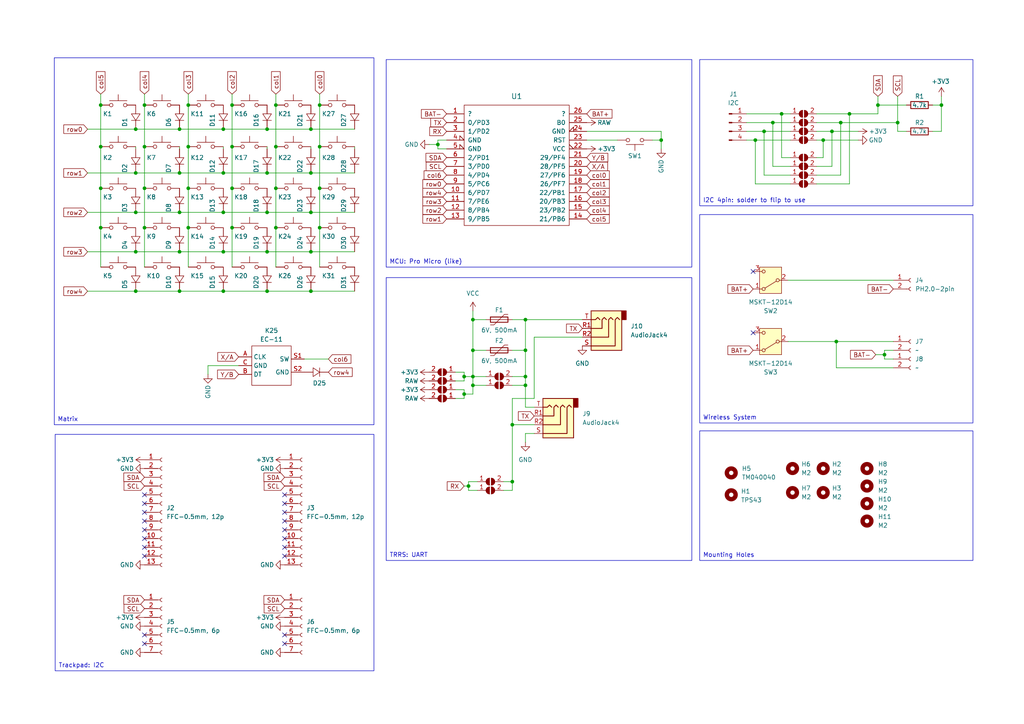
<source format=kicad_sch>
(kicad_sch (version 20250114) (generator "eeschema") (generator_version "9.0")
  (paper "A4")
  (text_box "I2C 4pin: solder to flip to use" (at 202.946 17.272 0) (size 79.248 42.418) (margins 0.9525 0.9525 0.9525 0.9525) (effects (font (size 1.27 1.27)) (justify left bottom)))
  (text_box "Trackpad: I2C" (at 16.002 125.984 0) (size 92.456 68.58) (margins 0.9525 0.9525 0.9525 0.9525) (effects (font (size 1.27 1.27)) (justify left bottom)))
  (text_box "Mounting Holes" (at 202.946 124.968 0) (size 79.248 37.592) (margins 0.9525 0.9525 0.9525 0.9525) (effects (font (size 1.27 1.27)) (justify left bottom)))
  (text_box "TRRS: UART" (at 112.014 80.518 0) (size 88.646 82.042) (margins 0.9525 0.9525 0.9525 0.9525) (effects (font (size 1.27 1.27)) (justify left bottom)))
  (text_box "Wireless System" (at 202.946 62.23 0) (size 79.248 60.452) (margins 0.9525 0.9525 0.9525 0.9525) (effects (font (size 1.27 1.27)) (justify left bottom)))
  (text_box "MCU: Pro Micro (like)" (at 112.014 17.272 0) (size 88.646 60.198) (margins 0.9525 0.9525 0.9525 0.9525) (effects (font (size 1.27 1.27)) (justify left bottom)))
  (text_box "Matrix" (at 15.748 16.764 0) (size 92.71 106.426) (margins 0.9525 0.9525 0.9525 0.9525) (effects (font (size 1.27 1.27)) (justify left bottom)))
  (junction (at 54.61 66.04))
  (junction (at 135.89 140.97))
  (junction (at 64.77 73.025))
  (junction (at 92.71 42.545))
  (junction (at 29.21 66.04))
  (junction (at 67.31 30.48))
  (junction (at 54.61 54.61))
  (junction (at 148.59 139.7))
  (junction (at 90.17 84.455))
  (junction (at 219.075 40.64))
  (junction (at 39.37 84.455))
  (junction (at 92.71 30.48))
  (junction (at 92.71 66.04))
  (junction (at 77.47 84.455))
  (junction (at 77.47 37.465))
  (junction (at 52.07 73.025))
  (junction (at 134.62 114.3))
  (junction (at 273.05 30.48))
  (junction (at 256.54 102.87))
  (junction (at 260.35 35.56))
  (junction (at 148.59 123.19))
  (junction (at 152.4 101.6))
  (junction (at 241.3 38.1))
  (junction (at 226.695 33.02))
  (junction (at 77.47 73.025))
  (junction (at 80.01 66.04))
  (junction (at 224.155 35.56))
  (junction (at 90.17 61.595))
  (junction (at 77.47 50.165))
  (junction (at 152.4 111.76))
  (junction (at 29.21 54.61))
  (junction (at 127 41.91))
  (junction (at 41.91 66.04))
  (junction (at 64.77 61.595))
  (junction (at 67.31 54.61))
  (junction (at 137.16 101.6))
  (junction (at 39.37 37.465))
  (junction (at 41.91 54.61))
  (junction (at 77.47 61.595))
  (junction (at 52.07 37.465))
  (junction (at 246.38 33.02))
  (junction (at 221.615 38.1))
  (junction (at 39.37 50.165))
  (junction (at 137.16 92.71))
  (junction (at 152.4 109.22))
  (junction (at 243.84 35.56))
  (junction (at 191.77 40.64))
  (junction (at 29.21 42.545))
  (junction (at 80.01 30.48))
  (junction (at 137.16 111.76))
  (junction (at 238.76 40.64))
  (junction (at 242.57 99.06))
  (junction (at 67.31 42.545))
  (junction (at 90.17 73.025))
  (junction (at 29.21 30.48))
  (junction (at 54.61 30.48))
  (junction (at 64.77 84.455))
  (junction (at 41.91 30.48))
  (junction (at 64.77 37.465))
  (junction (at 41.91 42.545))
  (junction (at 39.37 61.595))
  (junction (at 64.77 50.165))
  (junction (at 52.07 50.165))
  (junction (at 80.01 42.545))
  (junction (at 152.4 92.71))
  (junction (at 90.17 50.165))
  (junction (at 39.37 73.025))
  (junction (at 254.635 30.48))
  (junction (at 90.17 37.465))
  (junction (at 52.07 61.595))
  (junction (at 67.31 66.04))
  (junction (at 52.07 84.455))
  (junction (at 54.61 42.545))
  (junction (at 137.16 109.22))
  (junction (at 134.62 109.22))
  (junction (at 92.71 54.61))
  (junction (at 80.01 54.61))
  (no_connect (at 41.91 151.13))
  (no_connect (at 82.55 146.05))
  (no_connect (at 41.91 148.59))
  (no_connect (at 82.55 153.67))
  (no_connect (at 41.91 161.29))
  (no_connect (at 82.55 161.29))
  (no_connect (at 82.55 148.59))
  (no_connect (at 82.55 151.13))
  (no_connect (at 41.91 153.67))
  (no_connect (at 82.55 184.15))
  (no_connect (at 41.91 156.21))
  (no_connect (at 82.55 143.51))
  (no_connect (at 41.91 158.75))
  (no_connect (at 218.44 78.74))
  (no_connect (at 41.91 184.15))
  (no_connect (at 41.91 146.05))
  (no_connect (at 218.44 96.52))
  (no_connect (at 82.55 158.75))
  (no_connect (at 82.55 156.21))
  (no_connect (at 41.91 143.51))
  (no_connect (at 41.91 186.69))
  (no_connect (at 82.55 186.69))
  (wire (pts (xy 134.62 110.49) (xy 134.62 109.22)))
  (wire (pts (xy 148.59 111.76) (xy 152.4 111.76)))
  (wire (pts (xy 29.21 66.04) (xy 29.21 77.47)))
  (wire (pts (xy 243.84 35.56) (xy 260.35 35.56)))
  (wire (pts (xy 135.89 139.7) (xy 135.89 140.97)))
  (wire (pts (xy 262.89 38.1) (xy 260.35 38.1)))
  (wire (pts (xy 226.695 45.72) (xy 226.695 33.02)))
  (wire (pts (xy 260.35 35.56) (xy 260.35 38.1)))
  (wire (pts (xy 52.07 61.595) (xy 64.77 61.595)))
  (wire (pts (xy 137.16 92.71) (xy 140.97 92.71)))
  (wire (pts (xy 67.31 27.305) (xy 67.31 30.48)))
  (wire (pts (xy 39.37 73.025) (xy 52.07 73.025)))
  (wire (pts (xy 219.075 40.64) (xy 229.235 40.64)))
  (wire (pts (xy 256.54 102.87) (xy 256.54 101.6)))
  (wire (pts (xy 260.35 27.94) (xy 260.35 35.56)))
  (wire (pts (xy 80.01 42.545) (xy 80.01 54.61)))
  (wire (pts (xy 152.4 109.22) (xy 152.4 101.6)))
  (wire (pts (xy 152.4 111.76) (xy 152.4 109.22)))
  (wire (pts (xy 236.855 45.72) (xy 238.76 45.72)))
  (wire (pts (xy 52.07 84.455) (xy 64.77 84.455)))
  (wire (pts (xy 54.61 54.61) (xy 54.61 66.04)))
  (wire (pts (xy 148.59 115.57) (xy 148.59 123.19)))
  (wire (pts (xy 191.77 38.1) (xy 191.77 40.64)))
  (wire (pts (xy 134.62 109.22) (xy 137.16 109.22)))
  (wire (pts (xy 236.855 53.34) (xy 246.38 53.34)))
  (wire (pts (xy 124.46 41.91) (xy 127 41.91)))
  (wire (pts (xy 41.91 54.61) (xy 41.91 66.04)))
  (wire (pts (xy 154.94 97.79) (xy 154.94 115.57)))
  (wire (pts (xy 29.21 30.48) (xy 29.21 42.545)))
  (wire (pts (xy 137.16 101.6) (xy 137.16 92.71)))
  (wire (pts (xy 90.17 61.595) (xy 102.87 61.595)))
  (wire (pts (xy 39.37 84.455) (xy 52.07 84.455)))
  (wire (pts (xy 54.61 42.545) (xy 54.61 54.61)))
  (wire (pts (xy 90.17 84.455) (xy 102.87 84.455)))
  (wire (pts (xy 138.43 142.24) (xy 135.89 142.24)))
  (wire (pts (xy 67.31 42.545) (xy 67.31 54.61)))
  (wire (pts (xy 132.08 113.03) (xy 134.62 113.03)))
  (wire (pts (xy 154.94 115.57) (xy 148.59 115.57)))
  (wire (pts (xy 221.615 38.1) (xy 229.235 38.1)))
  (wire (pts (xy 134.62 115.57) (xy 134.62 114.3)))
  (wire (pts (xy 137.16 111.76) (xy 137.16 109.22)))
  (wire (pts (xy 54.61 66.04) (xy 54.61 77.47)))
  (wire (pts (xy 90.17 73.025) (xy 102.87 73.025)))
  (wire (pts (xy 92.71 42.545) (xy 92.71 54.61)))
  (wire (pts (xy 242.57 99.06) (xy 259.08 99.06)))
  (wire (pts (xy 64.77 37.465) (xy 77.47 37.465)))
  (wire (pts (xy 127 43.18) (xy 129.54 43.18)))
  (wire (pts (xy 270.51 38.1) (xy 273.05 38.1)))
  (wire (pts (xy 95.25 104.14) (xy 88.265 104.14)))
  (wire (pts (xy 25.4 84.455) (xy 39.37 84.455)))
  (wire (pts (xy 39.37 61.595) (xy 52.07 61.595)))
  (wire (pts (xy 90.17 37.465) (xy 102.87 37.465)))
  (wire (pts (xy 241.3 48.26) (xy 241.3 38.1)))
  (wire (pts (xy 67.31 54.61) (xy 67.31 66.04)))
  (wire (pts (xy 228.6 99.06) (xy 242.57 99.06)))
  (wire (pts (xy 77.47 61.595) (xy 90.17 61.595)))
  (wire (pts (xy 29.21 42.545) (xy 29.21 54.61)))
  (wire (pts (xy 64.77 73.025) (xy 77.47 73.025)))
  (wire (pts (xy 39.37 43.18) (xy 39.37 42.545)))
  (wire (pts (xy 41.91 66.04) (xy 41.91 77.47)))
  (wire (pts (xy 238.76 45.72) (xy 238.76 40.64)))
  (wire (pts (xy 29.21 27.305) (xy 29.21 30.48)))
  (wire (pts (xy 229.235 50.8) (xy 221.615 50.8)))
  (wire (pts (xy 127 40.64) (xy 129.54 40.64)))
  (wire (pts (xy 140.97 101.6) (xy 137.16 101.6)))
  (wire (pts (xy 41.91 27.305) (xy 41.91 30.48)))
  (wire (pts (xy 229.235 48.26) (xy 224.155 48.26)))
  (wire (pts (xy 148.59 109.22) (xy 152.4 109.22)))
  (wire (pts (xy 137.16 109.22) (xy 140.97 109.22)))
  (wire (pts (xy 152.4 118.11) (xy 154.94 118.11)))
  (wire (pts (xy 236.855 38.1) (xy 241.3 38.1)))
  (wire (pts (xy 168.91 97.79) (xy 154.94 97.79)))
  (wire (pts (xy 137.16 92.71) (xy 137.16 90.17)))
  (wire (pts (xy 127 41.91) (xy 127 43.18)))
  (wire (pts (xy 236.855 50.8) (xy 243.84 50.8)))
  (wire (pts (xy 132.08 110.49) (xy 134.62 110.49)))
  (wire (pts (xy 52.07 43.18) (xy 52.07 42.545)))
  (wire (pts (xy 236.855 33.02) (xy 246.38 33.02)))
  (wire (pts (xy 216.535 33.02) (xy 226.695 33.02)))
  (wire (pts (xy 152.4 125.73) (xy 152.4 128.27)))
  (wire (pts (xy 246.38 53.34) (xy 246.38 33.02)))
  (wire (pts (xy 64.77 61.595) (xy 77.47 61.595)))
  (wire (pts (xy 52.07 73.025) (xy 64.77 73.025)))
  (wire (pts (xy 137.16 111.76) (xy 140.97 111.76)))
  (wire (pts (xy 243.84 50.8) (xy 243.84 35.56)))
  (wire (pts (xy 224.155 35.56) (xy 229.235 35.56)))
  (wire (pts (xy 228.6 81.28) (xy 259.08 81.28)))
  (wire (pts (xy 216.535 40.64) (xy 219.075 40.64)))
  (wire (pts (xy 41.91 30.48) (xy 41.91 42.545)))
  (wire (pts (xy 273.05 30.48) (xy 270.51 30.48)))
  (wire (pts (xy 148.59 139.7) (xy 148.59 142.24)))
  (wire (pts (xy 64.77 84.455) (xy 77.47 84.455)))
  (wire (pts (xy 221.615 50.8) (xy 221.615 38.1)))
  (wire (pts (xy 134.62 107.95) (xy 134.62 109.22)))
  (wire (pts (xy 254.635 33.02) (xy 254.635 30.48)))
  (wire (pts (xy 146.05 139.7) (xy 148.59 139.7)))
  (wire (pts (xy 224.155 48.26) (xy 224.155 35.56)))
  (wire (pts (xy 219.075 53.34) (xy 219.075 40.64)))
  (wire (pts (xy 92.71 30.48) (xy 92.71 42.545)))
  (wire (pts (xy 90.17 43.18) (xy 90.17 42.545)))
  (wire (pts (xy 236.855 48.26) (xy 241.3 48.26)))
  (wire (pts (xy 254 102.87) (xy 256.54 102.87)))
  (wire (pts (xy 77.47 43.18) (xy 77.47 42.545)))
  (wire (pts (xy 191.77 40.64) (xy 189.23 40.64)))
  (wire (pts (xy 191.77 43.18) (xy 191.77 40.64)))
  (wire (pts (xy 154.94 125.73) (xy 152.4 125.73)))
  (wire (pts (xy 259.08 106.68) (xy 242.57 106.68)))
  (wire (pts (xy 60.325 108.585) (xy 60.325 106.045)))
  (wire (pts (xy 39.37 50.165) (xy 52.07 50.165)))
  (wire (pts (xy 64.77 50.165) (xy 77.47 50.165)))
  (wire (pts (xy 216.535 35.56) (xy 224.155 35.56)))
  (wire (pts (xy 148.59 139.7) (xy 148.59 123.19)))
  (wire (pts (xy 262.89 30.48) (xy 254.635 30.48)))
  (wire (pts (xy 92.71 66.04) (xy 92.71 77.47)))
  (wire (pts (xy 29.21 54.61) (xy 29.21 66.04)))
  (wire (pts (xy 226.695 33.02) (xy 229.235 33.02)))
  (wire (pts (xy 25.4 37.465) (xy 39.37 37.465)))
  (wire (pts (xy 134.62 114.3) (xy 137.16 114.3)))
  (wire (pts (xy 67.31 30.48) (xy 67.31 42.545)))
  (wire (pts (xy 242.57 106.68) (xy 242.57 99.06)))
  (wire (pts (xy 54.61 27.305) (xy 54.61 30.48)))
  (wire (pts (xy 148.59 101.6) (xy 152.4 101.6)))
  (wire (pts (xy 152.4 118.11) (xy 152.4 111.76)))
  (wire (pts (xy 52.07 50.165) (xy 64.77 50.165)))
  (wire (pts (xy 52.07 37.465) (xy 64.77 37.465)))
  (wire (pts (xy 77.47 37.465) (xy 90.17 37.465)))
  (wire (pts (xy 80.01 66.04) (xy 80.01 77.47)))
  (wire (pts (xy 148.59 123.19) (xy 154.94 123.19)))
  (wire (pts (xy 25.4 73.025) (xy 39.37 73.025)))
  (wire (pts (xy 127 40.64) (xy 127 41.91)))
  (wire (pts (xy 259.08 104.14) (xy 256.54 104.14)))
  (wire (pts (xy 25.4 61.595) (xy 39.37 61.595)))
  (wire (pts (xy 135.89 140.97) (xy 134.62 140.97)))
  (wire (pts (xy 146.05 142.24) (xy 148.59 142.24)))
  (wire (pts (xy 216.535 38.1) (xy 221.615 38.1)))
  (wire (pts (xy 241.3 38.1) (xy 248.92 38.1)))
  (wire (pts (xy 256.54 104.14) (xy 256.54 102.87)))
  (wire (pts (xy 238.76 40.64) (xy 248.92 40.64)))
  (wire (pts (xy 25.4 50.165) (xy 39.37 50.165)))
  (wire (pts (xy 170.18 40.64) (xy 179.07 40.64)))
  (wire (pts (xy 148.59 92.71) (xy 152.4 92.71)))
  (wire (pts (xy 60.325 106.045) (xy 69.215 106.045)))
  (wire (pts (xy 92.71 54.61) (xy 92.71 66.04)))
  (wire (pts (xy 90.17 50.165) (xy 102.87 50.165)))
  (wire (pts (xy 273.05 27.94) (xy 273.05 30.48)))
  (wire (pts (xy 41.91 42.545) (xy 41.91 54.61)))
  (wire (pts (xy 135.89 142.24) (xy 135.89 140.97)))
  (wire (pts (xy 132.08 115.57) (xy 134.62 115.57)))
  (wire (pts (xy 135.89 139.7) (xy 138.43 139.7)))
  (wire (pts (xy 256.54 101.6) (xy 259.08 101.6)))
  (wire (pts (xy 80.01 27.305) (xy 80.01 30.48)))
  (wire (pts (xy 77.47 84.455) (xy 90.17 84.455)))
  (wire (pts (xy 170.18 38.1) (xy 191.77 38.1)))
  (wire (pts (xy 54.61 30.48) (xy 54.61 42.545)))
  (wire (pts (xy 236.855 40.64) (xy 238.76 40.64)))
  (wire (pts (xy 92.71 27.305) (xy 92.71 30.48)))
  (wire (pts (xy 80.01 54.61) (xy 80.01 66.04)))
  (wire (pts (xy 80.01 30.48) (xy 80.01 42.545)))
  (wire (pts (xy 229.235 45.72) (xy 226.695 45.72)))
  (wire (pts (xy 152.4 101.6) (xy 152.4 92.71)))
  (wire (pts (xy 64.77 43.18) (xy 64.77 42.545)))
  (wire (pts (xy 273.05 38.1) (xy 273.05 30.48)))
  (wire (pts (xy 246.38 33.02) (xy 254.635 33.02)))
  (wire (pts (xy 67.31 66.04) (xy 67.31 77.47)))
  (wire (pts (xy 236.855 35.56) (xy 243.84 35.56)))
  (wire (pts (xy 77.47 50.165) (xy 90.17 50.165)))
  (wire (pts (xy 168.91 92.71) (xy 152.4 92.71)))
  (wire (pts (xy 137.16 101.6) (xy 137.16 109.22)))
  (wire (pts (xy 102.87 43.18) (xy 102.87 42.545)))
  (wire (pts (xy 39.37 37.465) (xy 52.07 37.465)))
  (wire (pts (xy 134.62 113.03) (xy 134.62 114.3)))
  (wire (pts (xy 77.47 73.025) (xy 90.17 73.025)))
  (wire (pts (xy 229.235 53.34) (xy 219.075 53.34)))
  (wire (pts (xy 132.08 107.95) (xy 134.62 107.95)))
  (wire (pts (xy 254.635 30.48) (xy 254.635 27.94)))
  (wire (pts (xy 137.16 114.3) (xy 137.16 111.76)))
  (global_label "RX" (shape input) (at 129.54 38.1 180) (property "Intersheetrefs" "${INTERSHEET_REFS}" (effects (hide yes))))
  (global_label "col1" (shape input) (at 80.01 27.305 90) (property "Intersheetrefs" "${INTERSHEET_REFS}" (effects (hide yes))))
  (global_label "col2" (shape input) (at 170.18 55.88 0) (property "Intersheetrefs" "${INTERSHEET_REFS}" (effects (hide yes))))
  (global_label "SDA" (shape input) (at 129.54 45.72 180) (property "Intersheetrefs" "${INTERSHEET_REFS}" (effects (hide yes))))
  (global_label "row0" (shape input) (at 25.4 37.465 180) (property "Intersheetrefs" "${INTERSHEET_REFS}" (effects (hide yes))))
  (global_label "col6" (shape input) (at 129.54 50.8 180) (property "Intersheetrefs" "${INTERSHEET_REFS}" (effects (hide yes))))
  (global_label "row4" (shape input) (at 25.4 84.455 180) (property "Intersheetrefs" "${INTERSHEET_REFS}" (effects (hide yes))))
  (global_label "SCL" (shape input) (at 129.54 48.26 180) (property "Intersheetrefs" "${INTERSHEET_REFS}" (effects (hide yes))))
  (global_label "Y{slash}B" (shape input) (at 69.215 108.585 180) (property "Intersheetrefs" "${INTERSHEET_REFS}" (effects (hide yes))))
  (global_label "row2" (shape input) (at 129.54 60.96 180) (property "Intersheetrefs" "${INTERSHEET_REFS}" (effects (hide yes))))
  (global_label "BAT+" (shape input) (at 218.44 101.6 180) (property "Intersheetrefs" "${INTERSHEET_REFS}" (effects (hide yes))))
  (global_label "col0" (shape input) (at 170.18 50.8 0) (property "Intersheetrefs" "${INTERSHEET_REFS}" (effects (hide yes))))
  (global_label "col2" (shape input) (at 67.31 27.305 90) (property "Intersheetrefs" "${INTERSHEET_REFS}" (effects (hide yes))))
  (global_label "row4" (shape input) (at 95.25 107.95 0) (property "Intersheetrefs" "${INTERSHEET_REFS}" (effects (hide yes))))
  (global_label "SCL" (shape input) (at 41.91 176.53 180) (property "Intersheetrefs" "${INTERSHEET_REFS}" (effects (hide yes))))
  (global_label "col5" (shape input) (at 29.21 27.305 90) (property "Intersheetrefs" "${INTERSHEET_REFS}" (effects (hide yes))))
  (global_label "TX" (shape input) (at 154.94 120.65 180) (property "Intersheetrefs" "${INTERSHEET_REFS}" (effects (hide yes))))
  (global_label "row3" (shape input) (at 25.4 73.025 180) (property "Intersheetrefs" "${INTERSHEET_REFS}" (effects (hide yes))))
  (global_label "SDA" (shape input) (at 254.635 27.94 90) (property "Intersheetrefs" "${INTERSHEET_REFS}" (effects (hide yes))))
  (global_label "SDA" (shape input) (at 82.55 138.43 180) (property "Intersheetrefs" "${INTERSHEET_REFS}" (effects (hide yes))))
  (global_label "BAT-" (shape input) (at 259.08 83.82 180) (property "Intersheetrefs" "${INTERSHEET_REFS}" (effects (hide yes))))
  (global_label "col0" (shape input) (at 92.71 27.305 90) (property "Intersheetrefs" "${INTERSHEET_REFS}" (effects (hide yes))))
  (global_label "row1" (shape input) (at 129.54 63.5 180) (property "Intersheetrefs" "${INTERSHEET_REFS}" (effects (hide yes))))
  (global_label "row2" (shape input) (at 25.4 61.595 180) (property "Intersheetrefs" "${INTERSHEET_REFS}" (effects (hide yes))))
  (global_label "X{slash}A" (shape input) (at 69.215 103.505 180) (property "Intersheetrefs" "${INTERSHEET_REFS}" (effects (hide yes))))
  (global_label "col4" (shape input) (at 41.91 27.305 90) (property "Intersheetrefs" "${INTERSHEET_REFS}" (effects (hide yes))))
  (global_label "SDA" (shape input) (at 41.91 138.43 180) (property "Intersheetrefs" "${INTERSHEET_REFS}" (effects (hide yes))))
  (global_label "col1" (shape input) (at 170.18 53.34 0) (property "Intersheetrefs" "${INTERSHEET_REFS}" (effects (hide yes))))
  (global_label "row4" (shape input) (at 129.54 55.88 180) (property "Intersheetrefs" "${INTERSHEET_REFS}" (effects (hide yes))))
  (global_label "SCL" (shape input) (at 82.55 176.53 180) (property "Intersheetrefs" "${INTERSHEET_REFS}" (effects (hide yes))))
  (global_label "BAT+" (shape input) (at 170.18 33.02 0) (property "Intersheetrefs" "${INTERSHEET_REFS}" (effects (hide yes))))
  (global_label "col5" (shape input) (at 170.18 63.5 0) (property "Intersheetrefs" "${INTERSHEET_REFS}" (effects (hide yes))))
  (global_label "SDA" (shape input) (at 41.91 173.99 180) (property "Intersheetrefs" "${INTERSHEET_REFS}" (effects (hide yes))))
  (global_label "col3" (shape input) (at 54.61 27.305 90) (property "Intersheetrefs" "${INTERSHEET_REFS}" (effects (hide yes))))
  (global_label "BAT-" (shape input) (at 254 102.87 180) (property "Intersheetrefs" "${INTERSHEET_REFS}" (effects (hide yes))))
  (global_label "TX" (shape input) (at 168.91 95.25 180) (property "Intersheetrefs" "${INTERSHEET_REFS}" (effects (hide yes))))
  (global_label "RX" (shape input) (at 134.62 140.97 180) (property "Intersheetrefs" "${INTERSHEET_REFS}" (effects (hide yes))))
  (global_label "col3" (shape input) (at 170.18 58.42 0) (property "Intersheetrefs" "${INTERSHEET_REFS}" (effects (hide yes))))
  (global_label "X{slash}A" (shape input) (at 170.18 48.26 0) (property "Intersheetrefs" "${INTERSHEET_REFS}" (effects (hide yes))))
  (global_label "SCL" (shape input) (at 82.55 140.97 180) (property "Intersheetrefs" "${INTERSHEET_REFS}" (effects (hide yes))))
  (global_label "BAT-" (shape input) (at 129.54 33.02 180) (property "Intersheetrefs" "${INTERSHEET_REFS}" (effects (hide yes))))
  (global_label "row1" (shape input) (at 25.4 50.165 180) (property "Intersheetrefs" "${INTERSHEET_REFS}" (effects (hide yes))))
  (global_label "col4" (shape input) (at 170.18 60.96 0) (property "Intersheetrefs" "${INTERSHEET_REFS}" (effects (hide yes))))
  (global_label "row3" (shape input) (at 129.54 58.42 180) (property "Intersheetrefs" "${INTERSHEET_REFS}" (effects (hide yes))))
  (global_label "SCL" (shape input) (at 260.35 27.94 90) (property "Intersheetrefs" "${INTERSHEET_REFS}" (effects (hide yes))))
  (global_label "col6" (shape input) (at 95.25 104.14 0) (property "Intersheetrefs" "${INTERSHEET_REFS}" (effects (hide yes))))
  (global_label "SCL" (shape input) (at 41.91 140.97 180) (property "Intersheetrefs" "${INTERSHEET_REFS}" (effects (hide yes))))
  (global_label "BAT+" (shape input) (at 218.44 83.82 180) (property "Intersheetrefs" "${INTERSHEET_REFS}" (effects (hide yes))))
  (global_label "TX" (shape input) (at 129.54 35.56 180) (property "Intersheetrefs" "${INTERSHEET_REFS}" (effects (hide yes))))
  (global_label "row0" (shape input) (at 129.54 53.34 180) (property "Intersheetrefs" "${INTERSHEET_REFS}" (effects (hide yes))))
  (global_label "SDA" (shape input) (at 82.55 173.99 180) (property "Intersheetrefs" "${INTERSHEET_REFS}" (effects (hide yes))))
  (global_label "Y{slash}B" (shape input) (at 170.18 45.72 0) (property "Intersheetrefs" "${INTERSHEET_REFS}" (effects (hide yes))))
  (symbol (lib_id "Switch:SW_Push") (at 34.29 30.48 0) (unit 1)
    (property "Reference" "K1" (at 29.845 33.02 0) (effects (justify left)))
    (property "Value" "SW_Push" (effects (hide yes)))
    (property "Footprint" "DreaM117er-keebLibrary:SW_Hotswap_KLP12_GLP3.0_MX_Plated_1.00u_Dualside" (effects (hide yes)))
  )
  (symbol (lib_id "Connector_Audio:AudioJack4") (at 160.02 123.19 180) (unit 1)
    (property "Reference" "J9" (at 168.91 120.0149 0) (effects (justify right)))
    (property "Value" "AudioJack4" (at 168.91 122.5549 0) (effects (justify right)))
    (property "Footprint" "DreaM117er-keebLibrary:TRRS-PJ-320A, dual side x2" (effects (hide yes)))
    (property "Description" "Audio Jack, 4 Poles (TRRS)" (effects (hide yes)))
  )
  (symbol (lib_id "Device:Polyfuse") (at 144.78 101.6 90) (unit 1)
    (property "Reference" "F2" (at 144.78 98.806 90))
    (property "Value" "6V, 500mA" (at 144.78 104.648 90))
    (property "Footprint" "Fuse:Fuse_0805_2012Metric" (effects (hide yes)))
    (property "Description" "Resettable fuse, polymeric positive temperature coefficient" (effects (hide yes)))
  )
  (symbol (lib_id "Jumper:SolderJumper_2_Open") (at 233.045 53.34 0) (unit 1)
    (property "Reference" "JP12" (effects (hide yes)))
    (property "Value" "PWR1" (effects (hide yes)))
    (property "Footprint" "Jumper:SolderJumper-2_P1.3mm_Open_RoundedPad1.0x1.5mm" (effects (hide yes)))
  )
  (symbol (lib_id "Switch:SW_Push") (at 46.99 66.04 0) (unit 1)
    (property "Reference" "K9" (at 42.545 68.58 0) (effects (justify left)))
    (property "Value" "SW_Push" (effects (hide yes)))
    (property "Footprint" "DreaM117er-keebLibrary:SW_Hotswap_KLP12_GLP3.0_MX_Plated_1.00u_Dualside" (effects (hide yes)))
  )
  (symbol (lib_id "Switch:SW_Push") (at 72.39 30.48 0) (unit 1)
    (property "Reference" "K16" (at 67.945 33.02 0) (effects (justify left)))
    (property "Value" "SW_Push" (effects (hide yes)))
    (property "Footprint" "DreaM117er-keebLibrary:SW_Hotswap_KLP12_GLP3.0_MX_Plated_1.00u_Dualside" (effects (hide yes)))
  )
  (symbol (lib_id "power:+3V3") (at 41.91 133.35 90) (unit 1)
    (property "Reference" "#PWR017" (effects (hide yes)))
    (property "Value" "+3V3" (at 36.195 133.35 90))
  )
  (symbol (lib_id "power:+5V") (at 124.46 110.49 90) (unit 1)
    (property "Reference" "#PWR06" (effects (hide yes)))
    (property "Value" "RAW" (at 119.38 110.49 90))
  )
  (symbol (lib_id "Switch:SW_Push") (at 97.79 30.48 0) (unit 1)
    (property "Reference" "K27" (at 93.345 33.02 0) (effects (justify left)))
    (property "Value" "SW_Push" (effects (hide yes)))
    (property "Footprint" "DreaM117er-keebLibrary:SW_Hotswap_KLP12_GLP3.0_MX_Plated_1.00u_Dualside" (effects (hide yes)))
  )
  (symbol (lib_id "Switch:SW_Push") (at 85.09 66.04 0) (unit 1)
    (property "Reference" "K24" (at 80.645 68.58 0) (effects (justify left)))
    (property "Value" "SW_Push" (effects (hide yes)))
    (property "Footprint" "DreaM117er-keebLibrary:SW_Hotswap_KLP12_GLP3.0_MX_Plated_1.00u_Dualside" (effects (hide yes)))
  )
  (symbol (lib_id "DreaM117er_Library:DS_1N4148_SMD") (at 77.47 57.785 90) (unit 1)
    (property "Reference" "D18" (at 74.295 61.595 0) (effects (justify left)))
    (property "Value" "1N4148_SMD" (effects (hide yes)))
    (property "Footprint" "DreaM117er-keebLibrary:D_SOD-123_handsolder_dual" (effects (hide yes)))
  )
  (symbol (lib_id "Connector:Conn_01x02_Socket") (at 264.16 81.28 0) (unit 1)
    (property "Reference" "J4" (at 265.43 81.2799 0) (effects (justify left)))
    (property "Value" "PH2.0-2pin" (at 265.43 83.8199 0) (effects (justify left)))
    (property "Footprint" "DreaM117er-keebLibrary:JST_PH_S2B-PH-K_1x02_P2.00mm_Horizontal_dual" (effects (hide yes)))
    (property "Description" "Generic connector, single row, 01x02, script generated" (effects (hide yes)))
  )
  (symbol (lib_id "Switch:SW_Push") (at 46.99 30.48 0) (unit 1)
    (property "Reference" "K6" (at 42.545 33.02 0) (effects (justify left)))
    (property "Value" "SW_Push" (effects (hide yes)))
    (property "Footprint" "DreaM117er-keebLibrary:SW_Hotswap_KLP12_GLP3.0_MX_Plated_1.00u_Dualside" (effects (hide yes)))
  )
  (symbol (lib_id "power:+3V3") (at 273.05 27.94 0) (unit 1)
    (property "Reference" "#PWR09" (effects (hide yes)))
    (property "Value" "+3V3" (at 272.796 23.622 0))
  )
  (symbol (lib_id "Switch:SW_Push") (at 72.39 54.61 0) (unit 1)
    (property "Reference" "K18" (at 67.945 57.15 0) (effects (justify left)))
    (property "Value" "SW_Push" (effects (hide yes)))
    (property "Footprint" "DreaM117er-keebLibrary:SW_Hotswap_KLP12_GLP3.0_MX_Plated_1.00u_Dualside" (effects (hide yes)))
  )
  (symbol (lib_id "DreaM117er_Library:DS_1N4148_SMD") (at 64.77 69.215 90) (unit 1)
    (property "Reference" "D14" (at 61.595 72.39 0) (effects (justify left)))
    (property "Value" "1N4148_SMD" (effects (hide yes)))
    (property "Footprint" "DreaM117er-keebLibrary:D_SOD-123_handsolder_dual" (effects (hide yes)))
  )
  (symbol (lib_id "Connector:Conn_01x13_Socket") (at 87.63 148.59 0) (unit 1)
    (property "Reference" "J3" (at 88.9 147.3199 0) (effects (justify left)))
    (property "Value" "FFC-0.5mm, 12p" (at 88.9 149.8599 0) (effects (justify left)))
    (property "Footprint" "DreaM117er-keebLibrary:Hirose_FH12-12S-0.5SH_1x12-1MP_P0.50mm_Horizontal" (effects (hide yes)))
    (property "Description" "Generic connector, single row, 01x13, script generated" (effects (hide yes)))
  )
  (symbol (lib_id "DreaM117er_Library:DS_1N4148_SMD") (at 90.17 69.215 90) (unit 1)
    (property "Reference" "D24" (at 86.995 72.39 0) (effects (justify left)))
    (property "Value" "1N4148_SMD" (effects (hide yes)))
    (property "Footprint" "DreaM117er-keebLibrary:D_SOD-123_handsolder_dual" (effects (hide yes)))
  )
  (symbol (lib_id "power:GND") (at 41.91 189.23 270) (unit 1)
    (property "Reference" "#PWR014" (effects (hide yes)))
    (property "Value" "GND" (at 36.83 189.23 90))
  )
  (symbol (lib_id "Switch:SW_Push") (at 72.39 42.545 0) (unit 1)
    (property "Reference" "K17" (at 67.945 45.72 0) (effects (justify left)))
    (property "Value" "SW_Push" (effects (hide yes)))
    (property "Footprint" "DreaM117er-keebLibrary:SW_Hotswap_KLP12_GLP3.0_MX_Plated_1.00u_Dualside" (effects (hide yes)))
  )
  (symbol (lib_id "power:+5V") (at 124.46 115.57 90) (unit 1)
    (property "Reference" "#PWR08" (effects (hide yes)))
    (property "Value" "RAW" (at 119.38 115.57 90))
  )
  (symbol (lib_id "Switch:SW_Push") (at 34.29 66.04 0) (unit 1)
    (property "Reference" "K4" (at 29.845 68.58 0) (effects (justify left)))
    (property "Value" "SW_Push" (effects (hide yes)))
    (property "Footprint" "DreaM117er-keebLibrary:SW_Hotswap_KLP12_GLP3.0_MX_Plated_1.00u_Dualside" (effects (hide yes)))
  )
  (symbol (lib_id "Mechanical:MountingHole") (at 229.87 142.875 0) (unit 1)
    (property "Reference" "H7" (at 232.41 141.605 0) (effects (justify left)))
    (property "Value" "M2" (at 232.41 144.145 0) (effects (justify left)))
    (property "Footprint" "MountingHole:MountingHole_2.2mm_M2" (effects (hide yes)))
  )
  (symbol (lib_id "power:+3V3") (at 41.91 179.07 90) (unit 1)
    (property "Reference" "#PWR016" (effects (hide yes)))
    (property "Value" "+3V3" (at 36.195 179.07 90))
  )
  (symbol (lib_id "Jumper:SolderJumper_2_Open") (at 233.045 40.64 0) (unit 1)
    (property "Reference" "JP8" (effects (hide yes)))
    (property "Value" "PWR1" (effects (hide yes)))
    (property "Footprint" "Jumper:SolderJumper-2_P1.3mm_Open_RoundedPad1.0x1.5mm" (effects (hide yes)))
  )
  (symbol (lib_id "Switch:SW_Push") (at 97.79 66.04 0) (unit 1)
    (property "Reference" "K30" (at 93.345 68.58 0) (effects (justify left)))
    (property "Value" "SW_Push" (effects (hide yes)))
    (property "Footprint" "DreaM117er-keebLibrary:SW_Hotswap_KLP12_GLP3.0_MX_Plated_1.00u_Dualside" (effects (hide yes)))
  )
  (symbol (lib_id "Connector:Conn_01x02_Socket") (at 264.16 99.06 0) (unit 1)
    (property "Reference" "J7" (at 265.43 99.0599 0) (effects (justify left)))
    (property "Value" "~" (at 265.43 101.5999 0) (effects (justify left)))
    (property "Footprint" "DreaM117er-keebLibrary:PinHeader_1x02_P2.54mm_Vertical" (effects (hide yes)))
    (property "Description" "Generic connector, single row, 01x02, script generated" (effects (hide yes)))
  )
  (symbol (lib_id "DreaM117er_Library:DS_1N4148_SMD") (at 90.17 46.355 90) (unit 1)
    (property "Reference" "D22" (at 86.995 50.165 0) (effects (justify left)))
    (property "Value" "1N4148_SMD" (effects (hide yes)))
    (property "Footprint" "DreaM117er-keebLibrary:D_SOD-123_handsolder_dual" (effects (hide yes)))
  )
  (symbol (lib_id "power:GND") (at 41.91 163.83 270) (unit 1)
    (property "Reference" "#PWR03" (effects (hide yes)))
    (property "Value" "GND" (at 36.83 163.83 90))
  )
  (symbol (lib_id "Switch:SW_SPDT") (at 223.52 81.28 180) (unit 1)
    (property "Reference" "SW2" (at 223.52 90.17 0))
    (property "Value" "MSKT-12D14" (at 223.52 87.63 0))
    (property "Footprint" "DreaM117er-keebLibrary:SW_SPDT_MSKT-12D14_SMD_dual" (effects (hide yes)))
    (property "Description" "Switch, single pole double throw" (effects (hide yes)))
  )
  (symbol (lib_id "DreaM117er_Library:DS_1N4148_SMD") (at 64.77 80.645 90) (unit 1)
    (property "Reference" "D15" (at 61.595 83.82 0) (effects (justify left)))
    (property "Value" "1N4148_SMD" (effects (hide yes)))
    (property "Footprint" "DreaM117er-keebLibrary:D_SOD-123_handsolder_dual" (effects (hide yes)))
  )
  (symbol (lib_id "Switch:SW_Push") (at 85.09 54.61 0) (unit 1)
    (property "Reference" "K23" (at 80.645 57.15 0) (effects (justify left)))
    (property "Value" "SW_Push" (effects (hide yes)))
    (property "Footprint" "DreaM117er-keebLibrary:SW_Hotswap_KLP12_GLP3.0_MX_Plated_1.00u_Dualside" (effects (hide yes)))
  )
  (symbol (lib_id "Connector:Conn_01x04_Pin") (at 211.455 35.56 0) (unit 1)
    (property "Reference" "J1" (at 212.725 27.305 0))
    (property "Value" "I2C" (at 212.725 29.845 0))
    (property "Footprint" "DreaM117er-keebLibrary:PinHeader_1x04_P2.54mm_Vertical" (effects (hide yes)))
  )
  (symbol (lib_id "Switch:SW_Push") (at 59.69 66.04 0) (unit 1)
    (property "Reference" "K14" (at 55.245 68.58 0) (effects (justify left)))
    (property "Value" "SW_Push" (effects (hide yes)))
    (property "Footprint" "DreaM117er-keebLibrary:SW_Hotswap_KLP12_GLP3.0_MX_Plated_1.00u_Dualside" (effects (hide yes)))
  )
  (symbol (lib_id "Jumper:SolderJumper_2_Open") (at 128.27 113.03 180) (unit 1)
    (property "Reference" "JP3" (effects (hide yes)))
    (property "Value" "PWR1" (effects (hide yes)))
    (property "Footprint" "Jumper:SolderJumper-2_P1.3mm_Open_Pad1.0x1.5mm" (effects (hide yes)))
  )
  (symbol (lib_id "DreaM117er_Library:DS_1N4148_SMD") (at 39.37 33.655 90) (unit 1)
    (property "Reference" "D1" (at 36.195 36.83 0) (effects (justify left)))
    (property "Value" "1N4148_SMD" (effects (hide yes)))
    (property "Footprint" "DreaM117er-keebLibrary:D_SOD-123_handsolder_dual" (effects (hide yes)))
  )
  (symbol (lib_id "Jumper:SolderJumper_2_Open") (at 144.78 109.22 0) (unit 1)
    (property "Reference" "JP15" (effects (hide yes)))
    (property "Value" "VCC" (effects (hide yes)))
    (property "Footprint" "Jumper:SolderJumper-2_P1.3mm_Open_Pad1.0x1.5mm" (effects (hide yes)))
  )
  (symbol (lib_id "Switch:SW_Push") (at 59.69 54.61 0) (unit 1)
    (property "Reference" "K13" (at 55.245 57.15 0) (effects (justify left)))
    (property "Value" "SW_Push" (effects (hide yes)))
    (property "Footprint" "DreaM117er-keebLibrary:SW_Hotswap_KLP12_GLP3.0_MX_Plated_1.00u_Dualside" (effects (hide yes)))
  )
  (symbol (lib_id "Jumper:SolderJumper_2_Open") (at 142.24 142.24 0) (unit 1)
    (property "Reference" "JP14" (effects (hide yes)))
    (property "Value" "RX" (effects (hide yes)))
    (property "Footprint" "Jumper:SolderJumper-2_P1.3mm_Open_RoundedPad1.0x1.5mm" (effects (hide yes)))
  )
  (symbol (lib_id "Jumper:SolderJumper_2_Open") (at 233.045 35.56 0) (unit 1)
    (property "Reference" "JP6" (effects (hide yes)))
    (property "Value" "PWR1" (effects (hide yes)))
    (property "Footprint" "Jumper:SolderJumper-2_P1.3mm_Open_RoundedPad1.0x1.5mm" (effects (hide yes)))
  )
  (symbol (lib_id "DreaM117er_Library:DS_1N4148_SMD") (at 102.87 33.655 90) (unit 1)
    (property "Reference" "D27" (at 99.695 36.83 0) (effects (justify left)))
    (property "Value" "1N4148_SMD" (effects (hide yes)))
    (property "Footprint" "DreaM117er-keebLibrary:D_SOD-123_handsolder_dual" (effects (hide yes)))
  )
  (symbol (lib_id "power:GND") (at 82.55 181.61 270) (unit 1)
    (property "Reference" "#PWR025" (effects (hide yes)))
    (property "Value" "GND" (at 77.47 181.61 90))
  )
  (symbol (lib_id "Switch:SW_Push") (at 72.39 66.04 0) (unit 1)
    (property "Reference" "K19" (at 67.945 68.58 0) (effects (justify left)))
    (property "Value" "SW_Push" (effects (hide yes)))
    (property "Footprint" "DreaM117er-keebLibrary:SW_Hotswap_KLP12_GLP3.0_MX_Plated_1.00u_Dualside" (effects (hide yes)))
  )
  (symbol (lib_id "Connector:Conn_01x07_Socket") (at 46.99 181.61 0) (unit 1)
    (property "Reference" "J5" (at 48.26 180.3399 0) (effects (justify left)))
    (property "Value" "FFC-0.5mm, 6p" (at 48.26 182.8799 0) (effects (justify left)))
    (property "Footprint" "DreaM117er-keebLibrary:Hirose_FH12-6S-0.5SH_1x06-1MP_P0.50mm_Horizontal" (effects (hide yes)))
    (property "Description" "Generic connector, single row, 01x07, script generated" (effects (hide yes)))
  )
  (symbol (lib_id "Switch:SW_Push") (at 59.69 30.48 0) (unit 1)
    (property "Reference" "K11" (at 55.245 33.02 0) (effects (justify left)))
    (property "Value" "SW_Push" (effects (hide yes)))
    (property "Footprint" "DreaM117er-keebLibrary:SW_Hotswap_KLP12_GLP3.0_MX_Plated_1.00u_Dualside" (effects (hide yes)))
  )
  (symbol (lib_id "power:GND") (at 41.91 135.89 270) (unit 1)
    (property "Reference" "#PWR018" (effects (hide yes)))
    (property "Value" "GND" (at 36.83 135.89 90))
  )
  (symbol (lib_id "DreaM117er_Library:DS_1N4148_SMD") (at 102.87 80.645 90) (unit 1)
    (property "Reference" "D31" (at 99.695 83.82 0) (effects (justify left)))
    (property "Value" "1N4148_SMD" (effects (hide yes)))
    (property "Footprint" "DreaM117er-keebLibrary:D_SOD-123_handsolder_dual" (effects (hide yes)))
  )
  (symbol (lib_id "DreaM117er_Library:RotaryEncoder_EC-11") (at 78.74 106.045 0) (unit 1)
    (property "Reference" "K25" (at 78.74 95.885 0))
    (property "Value" "EC-11" (at 78.74 98.425 0))
    (property "Footprint" "DreaM117er-keebLibrary:RotaryEncoder_EC11" (effects (hide yes)))
  )
  (symbol (lib_id "Mechanical:MountingHole") (at 238.76 142.875 0) (unit 1)
    (property "Reference" "H3" (at 241.3 141.605 0) (effects (justify left)))
    (property "Value" "M2" (at 241.3 144.145 0) (effects (justify left)))
    (property "Footprint" "MountingHole:MountingHole_2.2mm_M2" (effects (hide yes)))
  )
  (symbol (lib_id "Switch:SW_Push") (at 97.79 54.61 0) (unit 1)
    (property "Reference" "K29" (at 93.345 57.15 0) (effects (justify left)))
    (property "Value" "SW_Push" (effects (hide yes)))
    (property "Footprint" "DreaM117er-keebLibrary:SW_Hotswap_KLP12_GLP3.0_MX_Plated_1.00u_Dualside" (effects (hide yes)))
  )
  (symbol (lib_id "DreaM117er_Library:DS_1N4148_SMD") (at 52.07 57.785 90) (unit 1)
    (property "Reference" "D8" (at 48.895 61.595 0) (effects (justify left)))
    (property "Value" "1N4148_SMD" (effects (hide yes)))
    (property "Footprint" "DreaM117er-keebLibrary:D_SOD-123_handsolder_dual" (effects (hide yes)))
  )
  (symbol (lib_id "Switch:SW_Push") (at 85.09 77.47 0) (unit 1)
    (property "Reference" "K26" (at 80.645 80.01 0) (effects (justify left)))
    (property "Value" "SW_Push" (effects (hide yes)))
    (property "Footprint" "DreaM117er-keebLibrary:SW_Hotswap_KLP12_GLP3.0_MX_Plated_1.00u_Dualside" (effects (hide yes)))
  )
  (symbol (lib_id "Switch:SW_Push") (at 46.99 42.545 0) (unit 1)
    (property "Reference" "K7" (at 42.545 45.72 0) (effects (justify left)))
    (property "Value" "SW_Push" (effects (hide yes)))
    (property "Footprint" "DreaM117er-keebLibrary:SW_Hotswap_KLP12_GLP3.0_MX_Plated_1.00u_Dualside" (effects (hide yes)))
  )
  (symbol (lib_id "DreaM117er_Library:DS_1N4148_SMD") (at 90.17 33.655 90) (unit 1)
    (property "Reference" "D21" (at 86.995 36.83 0) (effects (justify left)))
    (property "Value" "1N4148_SMD" (effects (hide yes)))
    (property "Footprint" "DreaM117er-keebLibrary:D_SOD-123_handsolder_dual" (effects (hide yes)))
  )
  (symbol (lib_id "Mechanical:MountingHole") (at 251.46 151.13 0) (unit 1)
    (property "Reference" "H11" (at 254.635 149.86 0) (effects (justify left)))
    (property "Value" "M2" (at 254.635 152.4 0) (effects (justify left)))
    (property "Footprint" "MountingHole:MountingHole_2.2mm_M2" (effects (hide yes)))
  )
  (symbol (lib_id "Connector_Audio:AudioJack4") (at 173.99 97.79 180) (unit 1)
    (property "Reference" "J10" (at 182.88 94.6149 0) (effects (justify right)))
    (property "Value" "AudioJack4" (at 182.88 97.1549 0) (effects (justify right)))
    (property "Footprint" "DreaM117er-keebLibrary:TRRS-PJ-320A, dual side x2" (effects (hide yes)))
    (property "Description" "Audio Jack, 4 Poles (TRRS)" (effects (hide yes)))
  )
  (symbol (lib_id "Connector:Conn_01x07_Socket") (at 87.63 181.61 0) (unit 1)
    (property "Reference" "J6" (at 88.9 180.3399 0) (effects (justify left)))
    (property "Value" "FFC-0.5mm, 6p" (at 88.9 182.8799 0) (effects (justify left)))
    (property "Footprint" "DreaM117er-keebLibrary:Hirose_FH12-6S-0.5SH_1x06-1MP_P0.50mm_Horizontal" (effects (hide yes)))
    (property "Description" "Generic connector, single row, 01x07, script generated" (effects (hide yes)))
  )
  (symbol (lib_id "Mechanical:MountingHole") (at 238.76 135.89 0) (unit 1)
    (property "Reference" "H2" (at 241.3 134.62 0) (effects (justify left)))
    (property "Value" "M2" (at 241.3 137.16 0) (effects (justify left)))
    (property "Footprint" "MountingHole:MountingHole_2.2mm_M2" (effects (hide yes)))
  )
  (symbol (lib_id "DreaM117er_Library:DS_1N4148_SMD") (at 52.07 69.215 90) (unit 1)
    (property "Reference" "D9" (at 48.895 72.39 0) (effects (justify left)))
    (property "Value" "1N4148_SMD" (effects (hide yes)))
    (property "Footprint" "DreaM117er-keebLibrary:D_SOD-123_handsolder_dual" (effects (hide yes)))
  )
  (symbol (lib_id "Connector:Conn_01x13_Socket") (at 46.99 148.59 0) (unit 1)
    (property "Reference" "J2" (at 48.26 147.3199 0) (effects (justify left)))
    (property "Value" "FFC-0.5mm, 12p" (at 48.26 149.8599 0) (effects (justify left)))
    (property "Footprint" "DreaM117er-keebLibrary:Hirose_FH12-12S-0.5SH_1x12-1MP_P0.50mm_Horizontal" (effects (hide yes)))
    (property "Description" "Generic connector, single row, 01x13, script generated" (effects (hide yes)))
  )
  (symbol (lib_id "Switch:SW_Push") (at 46.99 77.47 0) (unit 1)
    (property "Reference" "K10" (at 42.545 80.01 0) (effects (justify left)))
    (property "Value" "SW_Push" (effects (hide yes)))
    (property "Footprint" "DreaM117er-keebLibrary:SW_Hotswap_KLP12_GLP3.0_MX_Plated_1.00u_Dualside" (effects (hide yes)))
  )
  (symbol (lib_id "Switch:SW_Push") (at 59.69 42.545 0) (unit 1)
    (property "Reference" "K12" (at 55.245 45.72 0) (effects (justify left)))
    (property "Value" "SW_Push" (effects (hide yes)))
    (property "Footprint" "DreaM117er-keebLibrary:SW_Hotswap_KLP12_GLP3.0_MX_Plated_1.00u_Dualside" (effects (hide yes)))
  )
  (symbol (lib_id "power:VCC") (at 137.16 90.17 0) (mirror y) (unit 1)
    (property "Reference" "#PWR015" (effects (hide yes)))
    (property "Value" "VCC" (at 137.16 85.09 0))
  )
  (symbol (lib_id "power:+3V3") (at 248.92 38.1 270) (unit 1)
    (property "Reference" "#PWR022" (effects (hide yes)))
    (property "Value" "+3V3" (at 254.635 38.1 90))
  )
  (symbol (lib_id "DreaM117er_Library:DS_1N4148_SMD") (at 77.47 46.355 90) (unit 1)
    (property "Reference" "D17" (at 74.295 50.165 0) (effects (justify left)))
    (property "Value" "1N4148_SMD" (effects (hide yes)))
    (property "Footprint" "DreaM117er-keebLibrary:D_SOD-123_handsolder_dual" (effects (hide yes)))
  )
  (symbol (lib_id "Device:Polyfuse") (at 144.78 92.71 90) (unit 1)
    (property "Reference" "F1" (at 144.78 89.916 90))
    (property "Value" "6V, 500mA" (at 144.78 95.758 90))
    (property "Footprint" "Fuse:Fuse_0805_2012Metric" (effects (hide yes)))
    (property "Description" "Resettable fuse, polymeric positive temperature coefficient" (effects (hide yes)))
  )
  (symbol (lib_id "power:GND") (at 60.325 108.585 0) (unit 1)
    (property "Reference" "#PWR01" (effects (hide yes)))
    (property "Value" "GND" (at 60.325 113.665 90))
  )
  (symbol (lib_id "Mechanical:MountingHole") (at 212.09 143.51 0) (unit 1)
    (property "Reference" "H1" (at 214.884 142.494 0) (effects (justify left)))
    (property "Value" "TPS43" (at 214.884 145.034 0) (effects (justify left)))
    (property "Footprint" "DreaM117er-keebLibrary:Azoteq_TPS43_201A_S" (effects (hide yes)))
  )
  (symbol (lib_id "DreaM117er_Library:DS_1N4148_SMD") (at 77.47 33.655 90) (unit 1)
    (property "Reference" "D16" (at 74.295 36.83 0) (effects (justify left)))
    (property "Value" "1N4148_SMD" (effects (hide yes)))
    (property "Footprint" "DreaM117er-keebLibrary:D_SOD-123_handsolder_dual" (effects (hide yes)))
  )
  (symbol (lib_id "power:GND") (at 82.55 163.83 270) (unit 1)
    (property "Reference" "#PWR011" (effects (hide yes)))
    (property "Value" "GND" (at 77.47 163.83 90))
  )
  (symbol (lib_id "DreaM117er_Library:DS_1N4148_SMD") (at 102.87 57.785 90) (unit 1)
    (property "Reference" "D29" (at 99.695 61.595 0) (effects (justify left)))
    (property "Value" "1N4148_SMD" (effects (hide yes)))
    (property "Footprint" "DreaM117er-keebLibrary:D_SOD-123_handsolder_dual" (effects (hide yes)))
  )
  (symbol (lib_id "Jumper:SolderJumper_2_Open") (at 233.045 45.72 0) (unit 1)
    (property "Reference" "JP9" (effects (hide yes)))
    (property "Value" "PWR1" (effects (hide yes)))
    (property "Footprint" "Jumper:SolderJumper-2_P1.3mm_Open_RoundedPad1.0x1.5mm" (effects (hide yes)))
  )
  (symbol (lib_id "Jumper:SolderJumper_2_Open") (at 233.045 33.02 0) (unit 1)
    (property "Reference" "JP5" (effects (hide yes)))
    (property "Value" "PWR1" (effects (hide yes)))
    (property "Footprint" "Jumper:SolderJumper-2_P1.3mm_Open_RoundedPad1.0x1.5mm" (effects (hide yes)))
  )
  (symbol (lib_id "DreaM117er_Library:DS_1N4148_SMD") (at 102.87 46.355 90) (unit 1)
    (property "Reference" "D28" (at 99.695 50.165 0) (effects (justify left)))
    (property "Value" "1N4148_SMD" (effects (hide yes)))
    (property "Footprint" "DreaM117er-keebLibrary:D_SOD-123_handsolder_dual" (effects (hide yes)))
  )
  (symbol (lib_id "DreaM117er_Library:MCU_ProMicro_13p") (at 149.86 49.53 0) (unit 1)
    (property "Reference" "U1" (at 149.86 27.94 0) (effects (font (size 1.524 1.524))))
    (property "Value" "MCU_ProMicro_13p" (effects (hide yes)))
    (property "Footprint" "DreaM117er-keebLibrary:MCU_ProMicro_13p_dual" (effects (hide yes)))
  )
  (symbol (lib_id "DreaM117er_Library:DS_1N4148_SMD") (at 39.37 46.355 90) (unit 1)
    (property "Reference" "D2" (at 36.195 50.165 0) (effects (justify left)))
    (property "Value" "1N4148_SMD" (effects (hide yes)))
    (property "Footprint" "DreaM117er-keebLibrary:D_SOD-123_handsolder_dual" (effects (hide yes)))
  )
  (symbol (lib_id "power:GND") (at 168.91 100.33 0) (unit 1)
    (property "Reference" "#PWR027" (effects (hide yes)))
    (property "Value" "GND" (at 168.91 105.41 0))
  )
  (symbol (lib_id "DreaM117er_Library:DS_1N4148_SMD") (at 77.47 80.645 90) (unit 1)
    (property "Reference" "D20" (at 74.295 83.82 0) (effects (justify left)))
    (property "Value" "1N4148_SMD" (effects (hide yes)))
    (property "Footprint" "DreaM117er-keebLibrary:D_SOD-123_handsolder_dual" (effects (hide yes)))
  )
  (symbol (lib_id "Jumper:SolderJumper_2_Open") (at 233.045 48.26 0) (unit 1)
    (property "Reference" "JP10" (effects (hide yes)))
    (property "Value" "PWR1" (effects (hide yes)))
    (property "Footprint" "Jumper:SolderJumper-2_P1.3mm_Open_RoundedPad1.0x1.5mm" (effects (hide yes)))
  )
  (symbol (lib_id "Jumper:SolderJumper_2_Open") (at 128.27 107.95 180) (unit 1)
    (property "Reference" "JP1" (effects (hide yes)))
    (property "Value" "PWR1" (effects (hide yes)))
    (property "Footprint" "Jumper:SolderJumper-2_P1.3mm_Open_Pad1.0x1.5mm" (effects (hide yes)))
  )
  (symbol (lib_id "power:GND") (at 152.4 128.27 0) (unit 1)
    (property "Reference" "#PWR04" (effects (hide yes)))
    (property "Value" "GND" (at 152.4 133.35 0))
  )
  (symbol (lib_id "Switch:SW_Push") (at 34.29 77.47 0) (unit 1)
    (property "Reference" "K5" (at 29.845 80.01 0) (effects (justify left)))
    (property "Value" "SW_Push" (effects (hide yes)))
    (property "Footprint" "DreaM117er-keebLibrary:SW_Hotswap_KLP12_GLP3.0_MX_Plated_1.00u_Dualside" (effects (hide yes)))
  )
  (symbol (lib_id "DreaM117er_Library:DS_1N4148_SMD") (at 77.47 69.215 90) (unit 1)
    (property "Reference" "D19" (at 74.295 72.39 0) (effects (justify left)))
    (property "Value" "1N4148_SMD" (effects (hide yes)))
    (property "Footprint" "DreaM117er-keebLibrary:D_SOD-123_handsolder_dual" (effects (hide yes)))
  )
  (symbol (lib_id "power:+3V3") (at 82.55 179.07 90) (unit 1)
    (property "Reference" "#PWR024" (effects (hide yes)))
    (property "Value" "+3V3" (at 76.835 179.07 90))
  )
  (symbol (lib_id "Switch:SW_Push") (at 72.39 77.47 0) (unit 1)
    (property "Reference" "K20" (at 67.945 80.01 0) (effects (justify left)))
    (property "Value" "SW_Push" (effects (hide yes)))
    (property "Footprint" "DreaM117er-keebLibrary:SW_Hotswap_KLP12_GLP3.0_MX_Plated_1.00u_Dualside" (effects (hide yes)))
  )
  (symbol (lib_id "DreaM117er_Library:DS_1N4148_SMD") (at 39.37 57.785 90) (unit 1)
    (property "Reference" "D3" (at 36.195 61.595 0) (effects (justify left)))
    (property "Value" "1N4148_SMD" (effects (hide yes)))
    (property "Footprint" "DreaM117er-keebLibrary:D_SOD-123_handsolder_dual" (effects (hide yes)))
  )
  (symbol (lib_id "power:+3V3") (at 124.46 113.03 90) (unit 1)
    (property "Reference" "#PWR012" (effects (hide yes)))
    (property "Value" "+3V3" (at 118.745 113.03 90))
  )
  (symbol (lib_id "Switch:SW_Push") (at 85.09 42.545 0) (unit 1)
    (property "Reference" "K22" (at 80.645 45.72 0) (effects (justify left)))
    (property "Value" "SW_Push" (effects (hide yes)))
    (property "Footprint" "DreaM117er-keebLibrary:SW_Hotswap_KLP12_GLP3.0_MX_Plated_1.00u_Dualside" (effects (hide yes)))
  )
  (symbol (lib_id "Mechanical:MountingHole") (at 229.87 135.89 0) (unit 1)
    (property "Reference" "H6" (at 232.41 134.62 0) (effects (justify left)))
    (property "Value" "M2" (at 232.41 137.16 0) (effects (justify left)))
    (property "Footprint" "MountingHole:MountingHole_2.2mm_M2" (effects (hide yes)))
  )
  (symbol (lib_id "DreaM117er_Library:DS_1N4148_SMD") (at 52.07 46.355 90) (unit 1)
    (property "Reference" "D7" (at 48.895 50.165 0) (effects (justify left)))
    (property "Value" "1N4148_SMD" (effects (hide yes)))
    (property "Footprint" "DreaM117er-keebLibrary:D_SOD-123_handsolder_dual" (effects (hide yes)))
  )
  (symbol (lib_id "Switch:SW_Push") (at 85.09 30.48 0) (unit 1)
    (property "Reference" "K21" (at 80.645 33.02 0) (effects (justify left)))
    (property "Value" "SW_Push" (effects (hide yes)))
    (property "Footprint" "DreaM117er-keebLibrary:SW_Hotswap_KLP12_GLP3.0_MX_Plated_1.00u_Dualside" (effects (hide yes)))
  )
  (symbol (lib_id "Jumper:SolderJumper_2_Open") (at 128.27 115.57 180) (unit 1)
    (property "Reference" "JP4" (effects (hide yes)))
    (property "Value" "PWR1" (effects (hide yes)))
    (property "Footprint" "Jumper:SolderJumper-2_P1.3mm_Open_Pad1.0x1.5mm" (effects (hide yes)))
  )
  (symbol (lib_id "Mechanical:MountingHole") (at 212.09 137.16 0) (unit 1)
    (property "Reference" "H5" (at 215.138 135.89 0) (effects (justify left)))
    (property "Value" "TM040040" (at 215.138 138.43 0) (effects (justify left)))
    (property "Footprint" "DreaM117er-keebLibrary:Trackpad_Cirque_TM040040" (effects (hide yes)))
  )
  (symbol (lib_id "power:GND") (at 191.77 43.18 0) (unit 1)
    (property "Reference" "#PWR05" (effects (hide yes)))
    (property "Value" "GND" (at 191.77 48.26 90))
  )
  (symbol (lib_id "Mechanical:MountingHole") (at 251.46 140.97 0) (unit 1)
    (property "Reference" "H9" (at 254.635 139.7 0) (effects (justify left)))
    (property "Value" "M2" (at 254.635 142.24 0) (effects (justify left)))
    (property "Footprint" "MountingHole:MountingHole_2.2mm_M2" (effects (hide yes)))
  )
  (symbol (lib_id "Jumper:SolderJumper_2_Open") (at 144.78 111.76 0) (unit 1)
    (property "Reference" "JP16" (effects (hide yes)))
    (property "Value" "VCC" (effects (hide yes)))
    (property "Footprint" "Jumper:SolderJumper-2_P1.3mm_Open_Pad1.0x1.5mm" (effects (hide yes)))
  )
  (symbol (lib_id "DreaM117er_Library:DS_1N4148_SMD") (at 64.77 33.655 90) (unit 1)
    (property "Reference" "D11" (at 61.595 36.83 0) (effects (justify left)))
    (property "Value" "1N4148_SMD" (effects (hide yes)))
    (property "Footprint" "DreaM117er-keebLibrary:D_SOD-123_handsolder_dual" (effects (hide yes)))
  )
  (symbol (lib_id "Switch:SW_Push") (at 97.79 42.545 0) (unit 1)
    (property "Reference" "K28" (at 93.345 45.72 0) (effects (justify left)))
    (property "Value" "SW_Push" (effects (hide yes)))
    (property "Footprint" "DreaM117er-keebLibrary:SW_Hotswap_KLP12_GLP3.0_MX_Plated_1.00u_Dualside" (effects (hide yes)))
  )
  (symbol (lib_id "DreaM117er_Library:DS_1N4148_SMD") (at 91.44 107.95 180) (unit 1)
    (property "Reference" "D25" (at 94.615 111.125 0) (effects (justify left)))
    (property "Value" "1N4148_SMD" (effects (hide yes)))
    (property "Footprint" "DreaM117er-keebLibrary:D_SOD-123_handsolder_dual" (effects (hide yes)))
  )
  (symbol (lib_id "Switch:SW_Push") (at 34.29 54.61 0) (unit 1)
    (property "Reference" "K3" (at 29.845 57.15 0) (effects (justify left)))
    (property "Value" "SW_Push" (effects (hide yes)))
    (property "Footprint" "DreaM117er-keebLibrary:SW_Hotswap_KLP12_GLP3.0_MX_Plated_1.00u_Dualside" (effects (hide yes)))
  )
  (symbol (lib_id "DreaM117er_Library:DS_1N4148_SMD") (at 39.37 80.645 90) (unit 1)
    (property "Reference" "D5" (at 36.195 83.82 0) (effects (justify left)))
    (property "Value" "1N4148_SMD" (effects (hide yes)))
    (property "Footprint" "DreaM117er-keebLibrary:D_SOD-123_handsolder_dual" (effects (hide yes)))
  )
  (symbol (lib_id "Device:R") (at 266.7 38.1 270) (unit 1)
    (property "Reference" "R2" (at 266.7 35.56 90))
    (property "Value" "4.7k" (at 266.7 38.1 90))
    (property "Footprint" "Resistor_THT:R_Axial_DIN0204_L3.6mm_D1.6mm_P7.62mm_Horizontal" (effects (hide yes)))
  )
  (symbol (lib_id "power:GND") (at 41.91 181.61 270) (unit 1)
    (property "Reference" "#PWR023" (effects (hide yes)))
    (property "Value" "GND" (at 36.83 181.61 90))
  )
  (symbol (lib_id "power:+3V3") (at 170.18 43.18 270) (unit 1)
    (property "Reference" "#PWR07" (effects (hide yes)))
    (property "Value" "+3V3" (at 175.895 43.18 90))
  )
  (symbol (lib_id "DreaM117er_Library:DS_1N4148_SMD") (at 102.87 69.215 90) (unit 1)
    (property "Reference" "D30" (at 99.695 72.39 0) (effects (justify left)))
    (property "Value" "1N4148_SMD" (effects (hide yes)))
    (property "Footprint" "DreaM117er-keebLibrary:D_SOD-123_handsolder_dual" (effects (hide yes)))
  )
  (symbol (lib_id "DreaM117er_Library:DS_1N4148_SMD") (at 90.17 80.645 90) (unit 1)
    (property "Reference" "D26" (at 86.995 83.82 0) (effects (justify left)))
    (property "Value" "1N4148_SMD" (effects (hide yes)))
    (property "Footprint" "DreaM117er-keebLibrary:D_SOD-123_handsolder_dual" (effects (hide yes)))
  )
  (symbol (lib_id "Connector:Conn_01x02_Socket") (at 264.16 104.14 0) (unit 1)
    (property "Reference" "J8" (at 265.43 104.1399 0) (effects (justify left)))
    (property "Value" "~" (at 265.43 106.6799 0) (effects (justify left)))
    (property "Footprint" "DreaM117er-keebLibrary:PinHeader_1x02_P2.54mm_Vertical" (effects (hide yes)))
    (property "Description" "Generic connector, single row, 01x02, script generated" (effects (hide yes)))
  )
  (symbol (lib_id "Device:R") (at 266.7 30.48 270) (unit 1)
    (property "Reference" "R1" (at 266.7 27.94 90))
    (property "Value" "4.7k" (at 266.7 30.48 90))
    (property "Footprint" "Resistor_THT:R_Axial_DIN0204_L3.6mm_D1.6mm_P7.62mm_Horizontal" (effects (hide yes)))
  )
  (symbol (lib_id "Switch:SW_Push") (at 34.29 42.545 0) (unit 1)
    (property "Reference" "K2" (at 29.845 45.72 0) (effects (justify left)))
    (property "Value" "SW_Push" (effects (hide yes)))
    (property "Footprint" "DreaM117er-keebLibrary:SW_Hotswap_KLP12_GLP3.0_MX_Plated_1.00u_Dualside" (effects (hide yes)))
  )
  (symbol (lib_id "Switch:SW_Push") (at 97.79 77.47 0) (unit 1)
    (property "Reference" "K31" (at 93.345 80.01 0) (effects (justify left)))
    (property "Value" "SW_Push" (effects (hide yes)))
    (property "Footprint" "DreaM117er-keebLibrary:SW_Hotswap_KLP12_GLP3.0_MX_Plated_1.00u_Dualside" (effects (hide yes)))
  )
  (symbol (lib_id "DreaM117er_Library:DS_1N4148_SMD") (at 52.07 80.645 90) (unit 1)
    (property "Reference" "D10" (at 48.895 83.82 0) (effects (justify left)))
    (property "Value" "1N4148_SMD" (effects (hide yes)))
    (property "Footprint" "DreaM117er-keebLibrary:D_SOD-123_handsolder_dual" (effects (hide yes)))
  )
  (symbol (lib_id "power:+5V") (at 170.18 35.56 270) (unit 1)
    (property "Reference" "#PWR013" (effects (hide yes)))
    (property "Value" "RAW" (at 175.26 35.56 90))
  )
  (symbol (lib_id "DreaM117er_Library:DS_1N4148_SMD") (at 64.77 46.355 90) (unit 1)
    (property "Reference" "D12" (at 61.595 50.165 0) (effects (justify left)))
    (property "Value" "1N4148_SMD" (effects (hide yes)))
    (property "Footprint" "DreaM117er-keebLibrary:D_SOD-123_handsolder_dual" (effects (hide yes)))
  )
  (symbol (lib_id "Jumper:SolderJumper_2_Open") (at 128.27 110.49 180) (unit 1)
    (property "Reference" "JP2" (effects (hide yes)))
    (property "Value" "PWR1" (effects (hide yes)))
    (property "Footprint" "Jumper:SolderJumper-2_P1.3mm_Open_Pad1.0x1.5mm" (effects (hide yes)))
  )
  (symbol (lib_id "DreaM117er_Library:DS_1N4148_SMD") (at 64.77 57.785 90) (unit 1)
    (property "Reference" "D13" (at 61.595 61.595 0) (effects (justify left)))
    (property "Value" "1N4148_SMD" (effects (hide yes)))
    (property "Footprint" "DreaM117er-keebLibrary:D_SOD-123_handsolder_dual" (effects (hide yes)))
  )
  (symbol (lib_id "Switch:SW_Push") (at 46.99 54.61 0) (unit 1)
    (property "Reference" "K8" (at 42.545 57.15 0) (effects (justify left)))
    (property "Value" "SW_Push" (effects (hide yes)))
    (property "Footprint" "DreaM117er-keebLibrary:SW_Hotswap_KLP12_GLP3.0_MX_Plated_1.00u_Dualside" (effects (hide yes)))
  )
  (symbol (lib_id "power:GND") (at 82.55 189.23 270) (unit 1)
    (property "Reference" "#PWR026" (effects (hide yes)))
    (property "Value" "GND" (at 77.47 189.23 90))
  )
  (symbol (lib_id "power:+3V3") (at 124.46 107.95 90) (unit 1)
    (property "Reference" "#PWR010" (effects (hide yes)))
    (property "Value" "+3V3" (at 118.745 107.95 90))
  )
  (symbol (lib_id "Mechanical:MountingHole") (at 251.46 135.89 0) (unit 1)
    (property "Reference" "H8" (at 254.635 134.62 0) (effects (justify left)))
    (property "Value" "M2" (at 254.635 137.16 0) (effects (justify left)))
    (property "Footprint" "MountingHole:MountingHole_2.2mm_M2" (effects (hide yes)))
  )
  (symbol (lib_id "Jumper:SolderJumper_2_Open") (at 233.045 38.1 0) (unit 1)
    (property "Reference" "JP7" (effects (hide yes)))
    (property "Value" "PWR1" (effects (hide yes)))
    (property "Footprint" "Jumper:SolderJumper-2_P1.3mm_Open_RoundedPad1.0x1.5mm" (effects (hide yes)))
  )
  (symbol (lib_id "DreaM117er_Library:DS_1N4148_SMD") (at 90.17 57.785 90) (unit 1)
    (property "Reference" "D23" (at 86.995 61.595 0) (effects (justify left)))
    (property "Value" "1N4148_SMD" (effects (hide yes)))
    (property "Footprint" "DreaM117er-keebLibrary:D_SOD-123_handsolder_dual" (effects (hide yes)))
  )
  (symbol (lib_id "Mechanical:MountingHole") (at 251.46 146.05 0) (unit 1)
    (property "Reference" "H10" (at 254.635 144.78 0) (effects (justify left)))
    (property "Value" "M2" (at 254.635 147.32 0) (effects (justify left)))
    (property "Footprint" "MountingHole:MountingHole_2.2mm_M2" (effects (hide yes)))
  )
  (symbol (lib_id "power:GND") (at 248.92 40.64 90) (unit 1)
    (property "Reference" "#PWR021" (effects (hide yes)))
    (property "Value" "GND" (at 254 40.64 90))
  )
  (symbol (lib_id "power:+3V3") (at 82.55 133.35 90) (unit 1)
    (property "Reference" "#PWR019" (effects (hide yes)))
    (property "Value" "+3V3" (at 76.835 133.35 90))
  )
  (symbol (lib_id "power:GND") (at 124.46 41.91 270) (unit 1)
    (property "Reference" "#PWR02" (effects (hide yes)))
    (property "Value" "GND" (at 119.38 41.91 90))
  )
  (symbol (lib_id "Jumper:SolderJumper_2_Open") (at 233.045 50.8 0) (unit 1)
    (property "Reference" "JP11" (effects (hide yes)))
    (property "Value" "PWR1" (effects (hide yes)))
    (property "Footprint" "Jumper:SolderJumper-2_P1.3mm_Open_RoundedPad1.0x1.5mm" (effects (hide yes)))
  )
  (symbol (lib_id "Switch:SW_Push") (at 184.15 40.64 180) (unit 1)
    (property "Reference" "SW1" (at 184.15 45.212 0))
    (property "Value" "SW_Push" (effects (hide yes)))
    (property "Footprint" "DreaM117er-keebLibrary:ResetSW_1side" (effects (hide yes)))
  )
  (symbol (lib_id "Switch:SW_Push") (at 59.69 77.47 0) (unit 1)
    (property "Reference" "K15" (at 55.245 80.01 0) (effects (justify left)))
    (property "Value" "SW_Push" (effects (hide yes)))
    (property "Footprint" "DreaM117er-keebLibrary:SW_Hotswap_KLP12_GLP3.0_MX_Plated_1.00u_Dualside" (effects (hide yes)))
  )
  (symbol (lib_id "DreaM117er_Library:DS_1N4148_SMD") (at 52.07 33.655 90) (unit 1)
    (property "Reference" "D6" (at 48.895 36.83 0) (effects (justify left)))
    (property "Value" "1N4148_SMD" (effects (hide yes)))
    (property "Footprint" "DreaM117er-keebLibrary:D_SOD-123_handsolder_dual" (effects (hide yes)))
  )
  (symbol (lib_id "Switch:SW_SPDT") (at 223.52 99.06 180) (unit 1)
    (property "Reference" "SW3" (at 223.52 107.95 0))
    (property "Value" "MSKT-12D14" (at 223.52 105.41 0))
    (property "Footprint" "DreaM117er-keebLibrary:SW_SPDT_MSKT-12D14_SMD_dual" (effects (hide yes)))
    (property "Description" "Switch, single pole double throw" (effects (hide yes)))
  )
  (symbol (lib_id "power:GND") (at 82.55 135.89 270) (unit 1)
    (property "Reference" "#PWR020" (effects (hide yes)))
    (property "Value" "GND" (at 77.47 135.89 90))
  )
  (symbol (lib_id "DreaM117er_Library:DS_1N4148_SMD") (at 39.37 69.215 90) (unit 1)
    (property "Reference" "D4" (at 36.195 72.39 0) (effects (justify left)))
    (property "Value" "1N4148_SMD" (effects (hide yes)))
    (property "Footprint" "DreaM117er-keebLibrary:D_SOD-123_handsolder_dual" (effects (hide yes)))
  )
  (symbol (lib_id "Jumper:SolderJumper_2_Open") (at 142.24 139.7 0) (unit 1)
    (property "Reference" "JP13" (effects (hide yes)))
    (property "Value" "RX" (effects (hide yes)))
    (property "Footprint" "Jumper:SolderJumper-2_P1.3mm_Open_RoundedPad1.0x1.5mm" (effects (hide yes)))
  )
)
</source>
